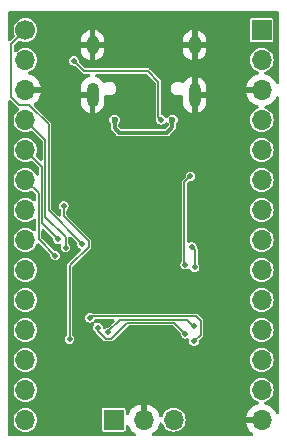
<source format=gbr>
%TF.GenerationSoftware,KiCad,Pcbnew,8.0.0*%
%TF.CreationDate,2024-02-27T23:55:06+02:00*%
%TF.ProjectId,my-rp2040,6d792d72-7032-4303-9430-2e6b69636164,rev?*%
%TF.SameCoordinates,PX555a960PY4fdec70*%
%TF.FileFunction,Copper,L2,Bot*%
%TF.FilePolarity,Positive*%
%FSLAX46Y46*%
G04 Gerber Fmt 4.6, Leading zero omitted, Abs format (unit mm)*
G04 Created by KiCad (PCBNEW 8.0.0) date 2024-02-27 23:55:06*
%MOMM*%
%LPD*%
G01*
G04 APERTURE LIST*
%TA.AperFunction,ComponentPad*%
%ADD10R,1.700000X1.700000*%
%TD*%
%TA.AperFunction,ComponentPad*%
%ADD11O,1.700000X1.700000*%
%TD*%
%TA.AperFunction,ComponentPad*%
%ADD12C,1.700000*%
%TD*%
%TA.AperFunction,ComponentPad*%
%ADD13O,1.000000X2.100000*%
%TD*%
%TA.AperFunction,ComponentPad*%
%ADD14O,1.000000X1.600000*%
%TD*%
%TA.AperFunction,ViaPad*%
%ADD15C,0.500000*%
%TD*%
%TA.AperFunction,ViaPad*%
%ADD16C,0.600000*%
%TD*%
%TA.AperFunction,Conductor*%
%ADD17C,0.400000*%
%TD*%
%TA.AperFunction,Conductor*%
%ADD18C,0.200000*%
%TD*%
%TA.AperFunction,Conductor*%
%ADD19C,0.300000*%
%TD*%
%TA.AperFunction,Conductor*%
%ADD20C,0.150000*%
%TD*%
G04 APERTURE END LIST*
D10*
%TO.P,J4,1,Pin_1*%
%TO.N,/SWCLK*%
X9475000Y1910000D03*
D11*
%TO.P,J4,2,Pin_2*%
%TO.N,GND*%
X12015000Y1910000D03*
%TO.P,J4,3,Pin_3*%
%TO.N,/SWDIO*%
X14555000Y1910000D03*
%TD*%
D12*
%TO.P,J2,1,Pin_1*%
%TO.N,/GP0*%
X2000000Y34910000D03*
D11*
%TO.P,J2,2,Pin_2*%
%TO.N,/GP1*%
X2000000Y32370000D03*
%TO.P,J2,3,Pin_3*%
%TO.N,GND*%
X2000000Y29830000D03*
%TO.P,J2,4,Pin_4*%
%TO.N,/GP2*%
X2000000Y27290000D03*
%TO.P,J2,5,Pin_5*%
%TO.N,/GP3*%
X2000000Y24750000D03*
%TO.P,J2,6,Pin_6*%
%TO.N,/GP4*%
X2000000Y22210000D03*
%TO.P,J2,7,Pin_7*%
%TO.N,/GP5*%
X2000000Y19670000D03*
%TO.P,J2,8,Pin_8*%
%TO.N,/GP6*%
X2000000Y17130000D03*
%TO.P,J2,9,Pin_9*%
%TO.N,/GP7*%
X2000000Y14590000D03*
%TO.P,J2,10,Pin_10*%
%TO.N,/GP8*%
X2000000Y12050000D03*
%TO.P,J2,11,Pin_11*%
%TO.N,/GP9*%
X2000000Y9510000D03*
%TO.P,J2,12,Pin_12*%
%TO.N,/GP10*%
X2000000Y6970000D03*
%TO.P,J2,13,Pin_13*%
%TO.N,/GP11*%
X2000000Y4430000D03*
%TO.P,J2,14,Pin_14*%
%TO.N,/GP12*%
X2000000Y1890000D03*
%TD*%
D10*
%TO.P,J3,1,Pin_1*%
%TO.N,VBUS*%
X22000000Y34910000D03*
D11*
%TO.P,J3,2,Pin_2*%
%TO.N,VCC*%
X22000000Y32370000D03*
%TO.P,J3,3,Pin_3*%
%TO.N,GND*%
X22000000Y29830000D03*
%TO.P,J3,4,Pin_4*%
%TO.N,+3V3*%
X22000000Y27290000D03*
%TO.P,J3,5,Pin_5*%
%TO.N,/ADC1*%
X22000000Y24750000D03*
%TO.P,J3,6,Pin_6*%
%TO.N,/ADC0*%
X22000000Y22210000D03*
%TO.P,J3,7,Pin_7*%
%TO.N,/GP19*%
X22000000Y19670000D03*
%TO.P,J3,8,Pin_8*%
%TO.N,/GP18*%
X22000000Y17130000D03*
%TO.P,J3,9,Pin_9*%
%TO.N,/GP17*%
X22000000Y14590000D03*
%TO.P,J3,10,Pin_10*%
%TO.N,/GP16*%
X22000000Y12050000D03*
%TO.P,J3,11,Pin_11*%
%TO.N,/GP15*%
X22000000Y9510000D03*
%TO.P,J3,12,Pin_12*%
%TO.N,/GP14*%
X22000000Y6970000D03*
%TO.P,J3,13,Pin_13*%
%TO.N,/GP13*%
X22000000Y4430000D03*
%TO.P,J3,14,Pin_14*%
%TO.N,GND*%
X22000000Y1890000D03*
%TD*%
D13*
%TO.P,J1,S1,SHIELD*%
%TO.N,GND*%
X16320000Y29430000D03*
D14*
X16320000Y33610000D03*
D13*
X7680000Y29430000D03*
D14*
X7680000Y33610000D03*
%TD*%
D15*
%TO.N,GND*%
X4800000Y21670000D03*
X10190000Y15690000D03*
X5900000Y23050000D03*
X6410000Y19330000D03*
X7475000Y23050000D03*
D16*
X15250000Y27300000D03*
D15*
X9840000Y8440000D03*
X7475000Y25350000D03*
X16940000Y19350000D03*
X10180000Y23530000D03*
X12810000Y7060000D03*
X5900000Y25375000D03*
X14490000Y4620000D03*
D16*
X8750000Y27300000D03*
D15*
X11125000Y22550000D03*
X11330000Y14670000D03*
X19940000Y28960000D03*
X19370000Y20350000D03*
X6100000Y29600000D03*
X18400000Y27180000D03*
X9780000Y6020000D03*
X12400000Y13440000D03*
X12075000Y22550000D03*
X6675000Y24275000D03*
X11340000Y25400000D03*
X4130000Y13320000D03*
X14975000Y22550000D03*
X10210000Y13460000D03*
X12400000Y15640000D03*
X17700000Y17200000D03*
D16*
%TO.N,VBUS*%
X14450000Y27300000D03*
X9550000Y27300000D03*
D15*
%TO.N,+3V3*%
X16330000Y14810000D03*
X16080000Y16560000D03*
%TO.N,/QSPI_SS*%
X5740000Y8750000D03*
X5250000Y20020000D03*
%TO.N,Net-(J1-CC1)*%
X13480000Y27300000D03*
X6100000Y32300000D03*
%TO.N,/GP25*%
X15531499Y15045101D03*
X15970000Y22540000D03*
%TO.N,/GP2*%
X5400000Y16490000D03*
%TO.N,/GP13*%
X7460000Y10550000D03*
X16270000Y8540000D03*
%TO.N,/GP14*%
X8140000Y9720000D03*
X15550000Y9190000D03*
%TO.N,/GP15*%
X9030000Y9320000D03*
X16270000Y9880000D03*
%TO.N,/GP3*%
X4750000Y17210000D03*
%TO.N,/GP4*%
X4510000Y15810000D03*
%TO.N,/GP0*%
X6790000Y16810000D03*
%TD*%
D17*
%TO.N,GND*%
X2000000Y29830000D02*
X3490000Y29830000D01*
D18*
X20450000Y29830000D02*
X20430000Y29810000D01*
D19*
X22000000Y29830000D02*
X20450000Y29830000D01*
%TO.N,VBUS*%
X9550000Y27300000D02*
X9550000Y26600000D01*
X9950000Y26200000D02*
X13962500Y26200000D01*
X9550000Y26600000D02*
X9950000Y26200000D01*
X14450000Y26687500D02*
X14450000Y27300000D01*
X13962500Y26200000D02*
X14450000Y26687500D01*
D18*
%TO.N,+3V3*%
X16330000Y14810000D02*
X16330000Y16310000D01*
X16330000Y16310000D02*
X16080000Y16560000D01*
D20*
%TO.N,/QSPI_SS*%
X7345000Y17039889D02*
X5250000Y19134889D01*
X5750000Y8760000D02*
X5750000Y14985111D01*
X5250000Y19134889D02*
X5250000Y20020000D01*
X5740000Y8750000D02*
X5750000Y8760000D01*
X7345000Y16580111D02*
X7345000Y17039889D01*
X5750000Y14985111D02*
X7345000Y16580111D01*
%TO.N,Net-(J1-CC1)*%
X13250000Y27530000D02*
X13250000Y30550000D01*
X13250000Y30550000D02*
X12350000Y31450000D01*
X6950000Y31450000D02*
X6100000Y32300000D01*
X13480000Y27300000D02*
X13250000Y27530000D01*
X12350000Y31450000D02*
X6950000Y31450000D01*
%TO.N,/GP25*%
X15450000Y15126600D02*
X15450000Y22020000D01*
X15450000Y22020000D02*
X15970000Y22540000D01*
X15531499Y15045101D02*
X15450000Y15126600D01*
%TO.N,/GP2*%
X5400000Y16490000D02*
X5400000Y17350000D01*
X3679000Y19071000D02*
X3679000Y25611000D01*
X5400000Y17350000D02*
X3679000Y19071000D01*
X3679000Y25611000D02*
X2000000Y27290000D01*
%TO.N,/GP13*%
X16463000Y10677000D02*
X16825000Y10315000D01*
X16825000Y10315000D02*
X16825000Y9095000D01*
X7460000Y10550000D02*
X7587000Y10677000D01*
X16825000Y9095000D02*
X16270000Y8540000D01*
X7587000Y10677000D02*
X16463000Y10677000D01*
%TO.N,/GP14*%
X14617000Y10123000D02*
X10617889Y10123000D01*
X8785000Y8765000D02*
X8140000Y9410000D01*
X9259889Y8765000D02*
X8785000Y8765000D01*
X15550000Y9190000D02*
X14617000Y10123000D01*
X10617889Y10123000D02*
X9259889Y8765000D01*
X8140000Y9410000D02*
X8140000Y9720000D01*
%TO.N,/GP15*%
X10020000Y10400000D02*
X15640000Y10400000D01*
X9030000Y9410000D02*
X10020000Y10400000D01*
X15640000Y10400000D02*
X16160000Y9880000D01*
X16160000Y9880000D02*
X16270000Y9880000D01*
X9030000Y9320000D02*
X9030000Y9410000D01*
%TO.N,/GP3*%
X3402000Y18558000D02*
X3402000Y23348000D01*
X3402000Y23348000D02*
X2000000Y24750000D01*
X4750000Y17210000D02*
X3402000Y18558000D01*
%TO.N,/GP4*%
X3125000Y21085000D02*
X2000000Y22210000D01*
X4510000Y15810000D02*
X3125000Y17195000D01*
X3125000Y17195000D02*
X3125000Y21085000D01*
%TO.N,/GP0*%
X800000Y29230000D02*
X800000Y33710000D01*
X3956000Y19644000D02*
X3956000Y26924991D01*
X800000Y33710000D02*
X2000000Y34910000D01*
X1470000Y28560000D02*
X800000Y29230000D01*
X3956000Y26924991D02*
X2320991Y28560000D01*
X2320991Y28560000D02*
X1470000Y28560000D01*
X6790000Y16810000D02*
X3956000Y19644000D01*
%TD*%
%TA.AperFunction,Conductor*%
%TO.N,GND*%
G36*
X23425000Y36479538D02*
G01*
X23479538Y36425000D01*
X23499500Y36350500D01*
X23499500Y30480779D01*
X23479538Y30406279D01*
X23425000Y30351741D01*
X23350500Y30331779D01*
X23276000Y30351741D01*
X23221462Y30406279D01*
X23215461Y30417808D01*
X23173602Y30507574D01*
X23173598Y30507580D01*
X23038108Y30701080D01*
X22871076Y30868112D01*
X22677588Y31003594D01*
X22677579Y31003600D01*
X22463491Y31103431D01*
X22334452Y31138007D01*
X22267658Y31176572D01*
X22229094Y31243367D01*
X22229094Y31320495D01*
X22267659Y31387289D01*
X22329764Y31424514D01*
X22384727Y31441186D01*
X22558538Y31534090D01*
X22710883Y31659117D01*
X22835910Y31811462D01*
X22928814Y31985273D01*
X22986024Y32173868D01*
X23005341Y32370000D01*
X22986024Y32566132D01*
X22928814Y32754727D01*
X22928812Y32754730D01*
X22928812Y32754732D01*
X22835916Y32928527D01*
X22835915Y32928529D01*
X22835910Y32928538D01*
X22710883Y33080883D01*
X22558538Y33205910D01*
X22558532Y33205913D01*
X22558526Y33205917D01*
X22384731Y33298813D01*
X22196134Y33356024D01*
X22000000Y33375341D01*
X21803865Y33356024D01*
X21615268Y33298813D01*
X21441473Y33205917D01*
X21441465Y33205912D01*
X21441463Y33205911D01*
X21441462Y33205910D01*
X21343842Y33125795D01*
X21289117Y33080883D01*
X21164088Y32928535D01*
X21164083Y32928527D01*
X21071187Y32754732D01*
X21013976Y32566135D01*
X20994659Y32370000D01*
X21013976Y32173866D01*
X21071187Y31985269D01*
X21164083Y31811474D01*
X21164087Y31811468D01*
X21164090Y31811462D01*
X21289117Y31659117D01*
X21441462Y31534090D01*
X21615273Y31441186D01*
X21670235Y31424514D01*
X21735731Y31383786D01*
X21772090Y31315765D01*
X21769566Y31238678D01*
X21728838Y31173181D01*
X21665547Y31138007D01*
X21536511Y31103432D01*
X21322419Y31003598D01*
X21128920Y30868109D01*
X20961891Y30701080D01*
X20826402Y30507581D01*
X20726568Y30293488D01*
X20669364Y30080001D01*
X20669364Y30080000D01*
X21566988Y30080000D01*
X21534075Y30022993D01*
X21500000Y29895826D01*
X21500000Y29764174D01*
X21534075Y29637007D01*
X21566988Y29580000D01*
X20669364Y29580000D01*
X20726568Y29366511D01*
X20726569Y29366509D01*
X20826400Y29152421D01*
X20826406Y29152412D01*
X20961888Y28958924D01*
X21128923Y28791889D01*
X21322411Y28656407D01*
X21322420Y28656401D01*
X21536508Y28556570D01*
X21536510Y28556569D01*
X21665546Y28521994D01*
X21732341Y28483430D01*
X21770905Y28416635D01*
X21770905Y28339507D01*
X21732341Y28272712D01*
X21670235Y28235487D01*
X21615273Y28218814D01*
X21615272Y28218814D01*
X21615267Y28218812D01*
X21441473Y28125917D01*
X21441465Y28125912D01*
X21441463Y28125911D01*
X21441462Y28125910D01*
X21289117Y28000883D01*
X21214644Y27910137D01*
X21164088Y27848535D01*
X21164083Y27848527D01*
X21071187Y27674732D01*
X21013976Y27486135D01*
X20994659Y27290000D01*
X21013976Y27093866D01*
X21071187Y26905269D01*
X21164083Y26731474D01*
X21164087Y26731468D01*
X21164090Y26731462D01*
X21289117Y26579117D01*
X21441462Y26454090D01*
X21441471Y26454085D01*
X21441473Y26454084D01*
X21615268Y26361188D01*
X21615270Y26361188D01*
X21615273Y26361186D01*
X21803868Y26303976D01*
X22000000Y26284659D01*
X22196132Y26303976D01*
X22384727Y26361186D01*
X22558538Y26454090D01*
X22710883Y26579117D01*
X22835910Y26731462D01*
X22928814Y26905273D01*
X22986024Y27093868D01*
X23005341Y27290000D01*
X22986024Y27486132D01*
X22928814Y27674727D01*
X22928812Y27674730D01*
X22928812Y27674732D01*
X22835916Y27848527D01*
X22835915Y27848529D01*
X22835910Y27848538D01*
X22710883Y28000883D01*
X22558538Y28125910D01*
X22558532Y28125913D01*
X22558526Y28125917D01*
X22384732Y28218812D01*
X22384729Y28218813D01*
X22384727Y28218814D01*
X22329762Y28235488D01*
X22264266Y28276217D01*
X22227909Y28344238D01*
X22230433Y28421325D01*
X22271163Y28486822D01*
X22334453Y28521994D01*
X22463489Y28556569D01*
X22463491Y28556570D01*
X22677579Y28656401D01*
X22677588Y28656407D01*
X22871076Y28791889D01*
X23038111Y28958924D01*
X23173593Y29152412D01*
X23173599Y29152421D01*
X23215460Y29242192D01*
X23265037Y29301275D01*
X23337513Y29327655D01*
X23413470Y29314262D01*
X23472553Y29264685D01*
X23498933Y29192209D01*
X23499500Y29179222D01*
X23499500Y2540779D01*
X23479538Y2466279D01*
X23425000Y2411741D01*
X23350500Y2391779D01*
X23276000Y2411741D01*
X23221462Y2466279D01*
X23215461Y2477808D01*
X23173602Y2567574D01*
X23173598Y2567580D01*
X23038108Y2761080D01*
X22871076Y2928112D01*
X22677588Y3063594D01*
X22677579Y3063600D01*
X22463491Y3163431D01*
X22334452Y3198007D01*
X22267658Y3236572D01*
X22229094Y3303367D01*
X22229094Y3380495D01*
X22267659Y3447289D01*
X22329764Y3484514D01*
X22384727Y3501186D01*
X22558538Y3594090D01*
X22710883Y3719117D01*
X22835910Y3871462D01*
X22928814Y4045273D01*
X22986024Y4233868D01*
X23005341Y4430000D01*
X22986024Y4626132D01*
X22928814Y4814727D01*
X22928812Y4814730D01*
X22928812Y4814732D01*
X22835916Y4988527D01*
X22835915Y4988529D01*
X22835910Y4988538D01*
X22710883Y5140883D01*
X22558538Y5265910D01*
X22558532Y5265913D01*
X22558526Y5265917D01*
X22384731Y5358813D01*
X22196134Y5416024D01*
X22000000Y5435341D01*
X21803865Y5416024D01*
X21615268Y5358813D01*
X21441473Y5265917D01*
X21441465Y5265912D01*
X21441463Y5265911D01*
X21441462Y5265910D01*
X21289117Y5140883D01*
X21164088Y4988535D01*
X21164083Y4988527D01*
X21071187Y4814732D01*
X21013976Y4626135D01*
X20994659Y4430000D01*
X21013976Y4233866D01*
X21071187Y4045269D01*
X21164083Y3871474D01*
X21164087Y3871468D01*
X21164090Y3871462D01*
X21289117Y3719117D01*
X21441462Y3594090D01*
X21615273Y3501186D01*
X21670235Y3484514D01*
X21735731Y3443786D01*
X21772090Y3375765D01*
X21769566Y3298678D01*
X21728838Y3233181D01*
X21665547Y3198007D01*
X21536511Y3163432D01*
X21322419Y3063598D01*
X21128920Y2928109D01*
X20961891Y2761080D01*
X20826402Y2567581D01*
X20726568Y2353488D01*
X20669364Y2140001D01*
X20669364Y2140000D01*
X21566988Y2140000D01*
X21534075Y2082993D01*
X21500000Y1955826D01*
X21500000Y1824174D01*
X21534075Y1697007D01*
X21566988Y1640000D01*
X20669364Y1640000D01*
X20726568Y1426511D01*
X20726569Y1426509D01*
X20826400Y1212421D01*
X20826406Y1212412D01*
X20961888Y1018924D01*
X21128923Y851889D01*
X21243654Y771553D01*
X21293231Y712470D01*
X21306624Y636513D01*
X21280244Y564037D01*
X21221161Y514460D01*
X21158191Y500500D01*
X12828246Y500500D01*
X12753746Y520462D01*
X12699208Y575000D01*
X12679246Y649500D01*
X12699208Y724000D01*
X12742783Y771554D01*
X12886079Y871892D01*
X13053111Y1038924D01*
X13188593Y1232412D01*
X13188599Y1232421D01*
X13288430Y1446509D01*
X13288431Y1446511D01*
X13323006Y1575547D01*
X13361570Y1642342D01*
X13428365Y1680906D01*
X13505493Y1680906D01*
X13572288Y1642342D01*
X13609512Y1580238D01*
X13610935Y1575547D01*
X13626188Y1525268D01*
X13719083Y1351474D01*
X13719087Y1351468D01*
X13719090Y1351462D01*
X13844117Y1199117D01*
X13996462Y1074090D01*
X13996471Y1074085D01*
X13996473Y1074084D01*
X14170268Y981188D01*
X14170270Y981188D01*
X14170273Y981186D01*
X14358868Y923976D01*
X14555000Y904659D01*
X14751132Y923976D01*
X14939727Y981186D01*
X15113538Y1074090D01*
X15265883Y1199117D01*
X15390910Y1351462D01*
X15473124Y1505273D01*
X15483812Y1525269D01*
X15483812Y1525270D01*
X15483814Y1525273D01*
X15541024Y1713868D01*
X15560341Y1910000D01*
X15541024Y2106132D01*
X15483814Y2294727D01*
X15483812Y2294730D01*
X15483812Y2294732D01*
X15390916Y2468527D01*
X15390915Y2468529D01*
X15390910Y2468538D01*
X15265883Y2620883D01*
X15113538Y2745910D01*
X15113532Y2745913D01*
X15113526Y2745917D01*
X14939731Y2838813D01*
X14751134Y2896024D01*
X14555000Y2915341D01*
X14358865Y2896024D01*
X14170268Y2838813D01*
X13996473Y2745917D01*
X13996465Y2745912D01*
X13996463Y2745911D01*
X13996462Y2745910D01*
X13844117Y2620883D01*
X13724393Y2474999D01*
X13719088Y2468535D01*
X13719083Y2468527D01*
X13626188Y2294733D01*
X13609513Y2239764D01*
X13568783Y2174267D01*
X13500762Y2137910D01*
X13423675Y2140434D01*
X13358178Y2181164D01*
X13323006Y2244454D01*
X13288431Y2373488D01*
X13188597Y2587581D01*
X13053108Y2781080D01*
X12886076Y2948112D01*
X12692588Y3083594D01*
X12692579Y3083600D01*
X12478491Y3183431D01*
X12478489Y3183432D01*
X12265000Y3240636D01*
X12265000Y2343012D01*
X12207993Y2375925D01*
X12080826Y2410000D01*
X11949174Y2410000D01*
X11822007Y2375925D01*
X11765000Y2343012D01*
X11765000Y3240636D01*
X11764999Y3240636D01*
X11551512Y3183432D01*
X11337419Y3083598D01*
X11143920Y2948109D01*
X10976891Y2781080D01*
X10841402Y2587581D01*
X10759540Y2412028D01*
X10709962Y2352945D01*
X10637486Y2326566D01*
X10561529Y2339959D01*
X10502446Y2389537D01*
X10476067Y2462013D01*
X10475500Y2474999D01*
X10475500Y2774816D01*
X10475499Y2774824D01*
X10466767Y2818720D01*
X10466767Y2818722D01*
X10466764Y2818727D01*
X10433506Y2868502D01*
X10433501Y2868507D01*
X10383726Y2901765D01*
X10383723Y2901767D01*
X10383722Y2901767D01*
X10383720Y2901768D01*
X10383719Y2901768D01*
X10339823Y2910500D01*
X10339820Y2910500D01*
X8610180Y2910500D01*
X8610176Y2910500D01*
X8566280Y2901768D01*
X8566273Y2901765D01*
X8516498Y2868507D01*
X8516493Y2868502D01*
X8483235Y2818727D01*
X8483232Y2818720D01*
X8474500Y2774824D01*
X8474500Y1045177D01*
X8483232Y1001281D01*
X8483235Y1001274D01*
X8516493Y951499D01*
X8516498Y951494D01*
X8566273Y918236D01*
X8566274Y918236D01*
X8566278Y918233D01*
X8610180Y909500D01*
X8610184Y909500D01*
X10339816Y909500D01*
X10339820Y909500D01*
X10383722Y918233D01*
X10433504Y951496D01*
X10466767Y1001278D01*
X10475500Y1045180D01*
X10475500Y1345001D01*
X10495462Y1419501D01*
X10550000Y1474039D01*
X10624500Y1494001D01*
X10699000Y1474039D01*
X10753538Y1419501D01*
X10759540Y1407971D01*
X10841400Y1232421D01*
X10841406Y1232412D01*
X10976888Y1038924D01*
X11143920Y871892D01*
X11287217Y771554D01*
X11336794Y712470D01*
X11350187Y636514D01*
X11323808Y564037D01*
X11264724Y514460D01*
X11201754Y500500D01*
X649500Y500500D01*
X575000Y520462D01*
X520462Y575000D01*
X500500Y649500D01*
X500500Y1890000D01*
X994659Y1890000D01*
X1013976Y1693866D01*
X1071187Y1505269D01*
X1164083Y1331474D01*
X1164087Y1331468D01*
X1164090Y1331462D01*
X1289117Y1179117D01*
X1441462Y1054090D01*
X1441471Y1054085D01*
X1441473Y1054084D01*
X1615268Y961188D01*
X1615270Y961188D01*
X1615273Y961186D01*
X1803868Y903976D01*
X2000000Y884659D01*
X2196132Y903976D01*
X2384727Y961186D01*
X2558538Y1054090D01*
X2710883Y1179117D01*
X2835910Y1331462D01*
X2912119Y1474039D01*
X2928812Y1505269D01*
X2928812Y1505270D01*
X2928814Y1505273D01*
X2986024Y1693868D01*
X3005341Y1890000D01*
X2986024Y2086132D01*
X2928814Y2274727D01*
X2928812Y2274730D01*
X2928812Y2274732D01*
X2835916Y2448527D01*
X2835915Y2448529D01*
X2835910Y2448538D01*
X2710883Y2600883D01*
X2558538Y2725910D01*
X2558532Y2725913D01*
X2558526Y2725917D01*
X2384731Y2818813D01*
X2196134Y2876024D01*
X2000000Y2895341D01*
X1803865Y2876024D01*
X1615268Y2818813D01*
X1441473Y2725917D01*
X1441465Y2725912D01*
X1441463Y2725911D01*
X1441462Y2725910D01*
X1289117Y2600883D01*
X1180502Y2468535D01*
X1164088Y2448535D01*
X1164083Y2448527D01*
X1071187Y2274732D01*
X1013976Y2086135D01*
X994659Y1890000D01*
X500500Y1890000D01*
X500500Y4430000D01*
X994659Y4430000D01*
X1013976Y4233866D01*
X1071187Y4045269D01*
X1164083Y3871474D01*
X1164087Y3871468D01*
X1164090Y3871462D01*
X1289117Y3719117D01*
X1441462Y3594090D01*
X1441471Y3594085D01*
X1441473Y3594084D01*
X1615268Y3501188D01*
X1615270Y3501188D01*
X1615273Y3501186D01*
X1803868Y3443976D01*
X2000000Y3424659D01*
X2196132Y3443976D01*
X2384727Y3501186D01*
X2558538Y3594090D01*
X2710883Y3719117D01*
X2835910Y3871462D01*
X2928814Y4045273D01*
X2986024Y4233868D01*
X3005341Y4430000D01*
X2986024Y4626132D01*
X2928814Y4814727D01*
X2928812Y4814730D01*
X2928812Y4814732D01*
X2835916Y4988527D01*
X2835915Y4988529D01*
X2835910Y4988538D01*
X2710883Y5140883D01*
X2558538Y5265910D01*
X2558532Y5265913D01*
X2558526Y5265917D01*
X2384731Y5358813D01*
X2196134Y5416024D01*
X2000000Y5435341D01*
X1803865Y5416024D01*
X1615268Y5358813D01*
X1441473Y5265917D01*
X1441465Y5265912D01*
X1441463Y5265911D01*
X1441462Y5265910D01*
X1289117Y5140883D01*
X1164088Y4988535D01*
X1164083Y4988527D01*
X1071187Y4814732D01*
X1013976Y4626135D01*
X994659Y4430000D01*
X500500Y4430000D01*
X500500Y6970000D01*
X994659Y6970000D01*
X1013976Y6773866D01*
X1071187Y6585269D01*
X1164083Y6411474D01*
X1164087Y6411468D01*
X1164090Y6411462D01*
X1289117Y6259117D01*
X1441462Y6134090D01*
X1441471Y6134085D01*
X1441473Y6134084D01*
X1615268Y6041188D01*
X1615270Y6041188D01*
X1615273Y6041186D01*
X1803868Y5983976D01*
X2000000Y5964659D01*
X2196132Y5983976D01*
X2384727Y6041186D01*
X2558538Y6134090D01*
X2710883Y6259117D01*
X2835910Y6411462D01*
X2928814Y6585273D01*
X2986024Y6773868D01*
X3005341Y6970000D01*
X20994659Y6970000D01*
X21013976Y6773866D01*
X21071187Y6585269D01*
X21164083Y6411474D01*
X21164087Y6411468D01*
X21164090Y6411462D01*
X21289117Y6259117D01*
X21441462Y6134090D01*
X21441471Y6134085D01*
X21441473Y6134084D01*
X21615268Y6041188D01*
X21615270Y6041188D01*
X21615273Y6041186D01*
X21803868Y5983976D01*
X22000000Y5964659D01*
X22196132Y5983976D01*
X22384727Y6041186D01*
X22558538Y6134090D01*
X22710883Y6259117D01*
X22835910Y6411462D01*
X22928814Y6585273D01*
X22986024Y6773868D01*
X23005341Y6970000D01*
X22986024Y7166132D01*
X22928814Y7354727D01*
X22928812Y7354730D01*
X22928812Y7354732D01*
X22835916Y7528527D01*
X22835915Y7528529D01*
X22835910Y7528538D01*
X22710883Y7680883D01*
X22558538Y7805910D01*
X22558532Y7805913D01*
X22558526Y7805917D01*
X22384731Y7898813D01*
X22196134Y7956024D01*
X22000000Y7975341D01*
X21803865Y7956024D01*
X21615268Y7898813D01*
X21441473Y7805917D01*
X21441465Y7805912D01*
X21441463Y7805911D01*
X21441462Y7805910D01*
X21289117Y7680883D01*
X21164088Y7528535D01*
X21164083Y7528527D01*
X21071187Y7354732D01*
X21013976Y7166135D01*
X20994659Y6970000D01*
X3005341Y6970000D01*
X2986024Y7166132D01*
X2928814Y7354727D01*
X2928812Y7354730D01*
X2928812Y7354732D01*
X2835916Y7528527D01*
X2835915Y7528529D01*
X2835910Y7528538D01*
X2710883Y7680883D01*
X2558538Y7805910D01*
X2558532Y7805913D01*
X2558526Y7805917D01*
X2384731Y7898813D01*
X2196134Y7956024D01*
X2000000Y7975341D01*
X1803865Y7956024D01*
X1615268Y7898813D01*
X1441473Y7805917D01*
X1441465Y7805912D01*
X1441463Y7805911D01*
X1441462Y7805910D01*
X1289117Y7680883D01*
X1164088Y7528535D01*
X1164083Y7528527D01*
X1071187Y7354732D01*
X1013976Y7166135D01*
X994659Y6970000D01*
X500500Y6970000D01*
X500500Y9510000D01*
X994659Y9510000D01*
X1013976Y9313866D01*
X1071187Y9125269D01*
X1164083Y8951474D01*
X1164087Y8951468D01*
X1164090Y8951462D01*
X1289117Y8799117D01*
X1441462Y8674090D01*
X1441471Y8674085D01*
X1441473Y8674084D01*
X1615268Y8581188D01*
X1615270Y8581188D01*
X1615273Y8581186D01*
X1803868Y8523976D01*
X2000000Y8504659D01*
X2196132Y8523976D01*
X2384727Y8581186D01*
X2558538Y8674090D01*
X2710883Y8799117D01*
X2835910Y8951462D01*
X2928814Y9125273D01*
X2986024Y9313868D01*
X3005341Y9510000D01*
X2986024Y9706132D01*
X2928814Y9894727D01*
X2928812Y9894730D01*
X2928812Y9894732D01*
X2835916Y10068527D01*
X2835915Y10068529D01*
X2835910Y10068538D01*
X2710883Y10220883D01*
X2558538Y10345910D01*
X2558532Y10345913D01*
X2558526Y10345917D01*
X2384731Y10438813D01*
X2196134Y10496024D01*
X2000000Y10515341D01*
X1803865Y10496024D01*
X1615268Y10438813D01*
X1441473Y10345917D01*
X1441465Y10345912D01*
X1441463Y10345911D01*
X1441462Y10345910D01*
X1289117Y10220883D01*
X1202629Y10115497D01*
X1164088Y10068535D01*
X1164083Y10068527D01*
X1071187Y9894732D01*
X1013976Y9706135D01*
X994659Y9510000D01*
X500500Y9510000D01*
X500500Y12050000D01*
X994659Y12050000D01*
X1013976Y11853866D01*
X1071187Y11665269D01*
X1164083Y11491474D01*
X1164087Y11491468D01*
X1164090Y11491462D01*
X1289117Y11339117D01*
X1441462Y11214090D01*
X1441471Y11214085D01*
X1441473Y11214084D01*
X1615268Y11121188D01*
X1615270Y11121188D01*
X1615273Y11121186D01*
X1803868Y11063976D01*
X2000000Y11044659D01*
X2196132Y11063976D01*
X2384727Y11121186D01*
X2558538Y11214090D01*
X2710883Y11339117D01*
X2835910Y11491462D01*
X2928814Y11665273D01*
X2986024Y11853868D01*
X3005341Y12050000D01*
X2986024Y12246132D01*
X2928814Y12434727D01*
X2928812Y12434730D01*
X2928812Y12434732D01*
X2835916Y12608527D01*
X2835915Y12608529D01*
X2835910Y12608538D01*
X2710883Y12760883D01*
X2558538Y12885910D01*
X2558532Y12885913D01*
X2558526Y12885917D01*
X2384731Y12978813D01*
X2196134Y13036024D01*
X2000000Y13055341D01*
X1803865Y13036024D01*
X1615268Y12978813D01*
X1441473Y12885917D01*
X1441465Y12885912D01*
X1441463Y12885911D01*
X1441462Y12885910D01*
X1289117Y12760883D01*
X1164088Y12608535D01*
X1164083Y12608527D01*
X1071187Y12434732D01*
X1013976Y12246135D01*
X994659Y12050000D01*
X500500Y12050000D01*
X500500Y14590000D01*
X994659Y14590000D01*
X1013976Y14393866D01*
X1071187Y14205269D01*
X1164083Y14031474D01*
X1164087Y14031468D01*
X1164090Y14031462D01*
X1289117Y13879117D01*
X1441462Y13754090D01*
X1441471Y13754085D01*
X1441473Y13754084D01*
X1615268Y13661188D01*
X1615270Y13661188D01*
X1615273Y13661186D01*
X1803868Y13603976D01*
X2000000Y13584659D01*
X2196132Y13603976D01*
X2384727Y13661186D01*
X2558538Y13754090D01*
X2710883Y13879117D01*
X2835910Y14031462D01*
X2928814Y14205273D01*
X2986024Y14393868D01*
X3005341Y14590000D01*
X2986024Y14786132D01*
X2928814Y14974727D01*
X2928812Y14974730D01*
X2928812Y14974732D01*
X2835916Y15148527D01*
X2835915Y15148529D01*
X2835910Y15148538D01*
X2710883Y15300883D01*
X2558538Y15425910D01*
X2558532Y15425913D01*
X2558526Y15425917D01*
X2384731Y15518813D01*
X2196134Y15576024D01*
X2000000Y15595341D01*
X1803865Y15576024D01*
X1615268Y15518813D01*
X1441473Y15425917D01*
X1441465Y15425912D01*
X1441463Y15425911D01*
X1441462Y15425910D01*
X1289117Y15300883D01*
X1186859Y15176281D01*
X1164088Y15148535D01*
X1164083Y15148527D01*
X1071187Y14974732D01*
X1013976Y14786135D01*
X994659Y14590000D01*
X500500Y14590000D01*
X500500Y28850877D01*
X520462Y28925377D01*
X575000Y28979915D01*
X649500Y28999877D01*
X724000Y28979915D01*
X754859Y28956236D01*
X1270334Y28440761D01*
X1270337Y28440757D01*
X1278830Y28432264D01*
X1342264Y28368830D01*
X1366538Y28358776D01*
X1366540Y28358774D01*
X1375225Y28355177D01*
X1436417Y28308228D01*
X1465937Y28236973D01*
X1455874Y28160504D01*
X1412738Y28102338D01*
X1289119Y28000886D01*
X1164088Y27848535D01*
X1164083Y27848527D01*
X1071187Y27674732D01*
X1013976Y27486135D01*
X994659Y27290000D01*
X1013976Y27093866D01*
X1071187Y26905269D01*
X1164083Y26731474D01*
X1164087Y26731468D01*
X1164090Y26731462D01*
X1289117Y26579117D01*
X1441462Y26454090D01*
X1441471Y26454085D01*
X1441473Y26454084D01*
X1615268Y26361188D01*
X1615270Y26361188D01*
X1615273Y26361186D01*
X1803868Y26303976D01*
X2000000Y26284659D01*
X2196132Y26303976D01*
X2384727Y26361186D01*
X2434013Y26387531D01*
X2509124Y26405045D01*
X2582932Y26382658D01*
X2609611Y26361484D01*
X3409859Y25561236D01*
X3448423Y25494441D01*
X3453500Y25455877D01*
X3453500Y23975124D01*
X3433538Y23900624D01*
X3379000Y23846086D01*
X3304500Y23826124D01*
X3230000Y23846086D01*
X3199141Y23869765D01*
X2928516Y24140390D01*
X2889952Y24207185D01*
X2889952Y24284313D01*
X2902471Y24315990D01*
X2928812Y24365268D01*
X2986023Y24553866D01*
X2986024Y24553868D01*
X3005341Y24750000D01*
X2986024Y24946132D01*
X2928814Y25134727D01*
X2928812Y25134730D01*
X2928812Y25134732D01*
X2835916Y25308527D01*
X2835915Y25308529D01*
X2835910Y25308538D01*
X2710883Y25460883D01*
X2558538Y25585910D01*
X2558532Y25585913D01*
X2558526Y25585917D01*
X2384731Y25678813D01*
X2196134Y25736024D01*
X2000000Y25755341D01*
X1803865Y25736024D01*
X1615268Y25678813D01*
X1441473Y25585917D01*
X1441465Y25585912D01*
X1441463Y25585911D01*
X1441462Y25585910D01*
X1330007Y25494441D01*
X1289117Y25460883D01*
X1164088Y25308535D01*
X1164083Y25308527D01*
X1071187Y25134732D01*
X1013976Y24946135D01*
X994659Y24750000D01*
X1013976Y24553866D01*
X1071187Y24365269D01*
X1164083Y24191474D01*
X1164087Y24191468D01*
X1164090Y24191462D01*
X1289117Y24039117D01*
X1441462Y23914090D01*
X1441471Y23914085D01*
X1441473Y23914084D01*
X1615268Y23821188D01*
X1615270Y23821188D01*
X1615273Y23821186D01*
X1803868Y23763976D01*
X2000000Y23744659D01*
X2196132Y23763976D01*
X2384727Y23821186D01*
X2434013Y23847531D01*
X2509124Y23865045D01*
X2582932Y23842658D01*
X2609606Y23821488D01*
X3132859Y23298236D01*
X3171423Y23231441D01*
X3176500Y23192877D01*
X3176500Y22726182D01*
X3156538Y22651682D01*
X3102000Y22597144D01*
X3027500Y22577182D01*
X2953000Y22597144D01*
X2898462Y22651682D01*
X2896094Y22655944D01*
X2835916Y22768527D01*
X2835915Y22768529D01*
X2835910Y22768538D01*
X2710883Y22920883D01*
X2558538Y23045910D01*
X2558532Y23045913D01*
X2558526Y23045917D01*
X2384731Y23138813D01*
X2196134Y23196024D01*
X2000000Y23215341D01*
X1803865Y23196024D01*
X1615268Y23138813D01*
X1441473Y23045917D01*
X1441465Y23045912D01*
X1441463Y23045911D01*
X1441462Y23045910D01*
X1319103Y22945492D01*
X1289117Y22920883D01*
X1164088Y22768535D01*
X1164083Y22768527D01*
X1071187Y22594732D01*
X1013976Y22406135D01*
X994659Y22210000D01*
X1013976Y22013866D01*
X1071187Y21825269D01*
X1164083Y21651474D01*
X1164087Y21651468D01*
X1164090Y21651462D01*
X1289117Y21499117D01*
X1441462Y21374090D01*
X1441471Y21374085D01*
X1441473Y21374084D01*
X1615268Y21281188D01*
X1615270Y21281188D01*
X1615273Y21281186D01*
X1803868Y21223976D01*
X2000000Y21204659D01*
X2196132Y21223976D01*
X2384727Y21281186D01*
X2434013Y21307531D01*
X2509124Y21325045D01*
X2582932Y21302658D01*
X2609611Y21281484D01*
X2855859Y21035236D01*
X2894423Y20968441D01*
X2899500Y20929877D01*
X2899500Y20541124D01*
X2879538Y20466624D01*
X2825000Y20412086D01*
X2750500Y20392124D01*
X2676000Y20412086D01*
X2655976Y20425945D01*
X2558540Y20505908D01*
X2558538Y20505910D01*
X2558531Y20505914D01*
X2558526Y20505917D01*
X2384731Y20598813D01*
X2196134Y20656024D01*
X2000000Y20675341D01*
X1803865Y20656024D01*
X1615268Y20598813D01*
X1441473Y20505917D01*
X1441465Y20505912D01*
X1441463Y20505911D01*
X1441462Y20505910D01*
X1289117Y20380883D01*
X1188551Y20258343D01*
X1164088Y20228535D01*
X1164083Y20228527D01*
X1071187Y20054732D01*
X1013976Y19866135D01*
X994659Y19670000D01*
X1013976Y19473866D01*
X1071187Y19285269D01*
X1164083Y19111474D01*
X1164087Y19111468D01*
X1164090Y19111462D01*
X1289117Y18959117D01*
X1441462Y18834090D01*
X1441471Y18834085D01*
X1441473Y18834084D01*
X1615268Y18741188D01*
X1615270Y18741188D01*
X1615273Y18741186D01*
X1803868Y18683976D01*
X2000000Y18664659D01*
X2196132Y18683976D01*
X2384727Y18741186D01*
X2558538Y18834090D01*
X2655975Y18914056D01*
X2726228Y18945887D01*
X2802985Y18938327D01*
X2865678Y18893402D01*
X2897510Y18823149D01*
X2899500Y18798877D01*
X2899500Y18001124D01*
X2879538Y17926624D01*
X2825000Y17872086D01*
X2750500Y17852124D01*
X2676000Y17872086D01*
X2655976Y17885945D01*
X2558540Y17965908D01*
X2558538Y17965910D01*
X2558531Y17965914D01*
X2558526Y17965917D01*
X2384731Y18058813D01*
X2196134Y18116024D01*
X2000000Y18135341D01*
X1803865Y18116024D01*
X1615268Y18058813D01*
X1441473Y17965917D01*
X1441465Y17965912D01*
X1441463Y17965911D01*
X1441462Y17965910D01*
X1344025Y17885945D01*
X1289117Y17840883D01*
X1164088Y17688535D01*
X1164083Y17688527D01*
X1071187Y17514732D01*
X1013976Y17326135D01*
X994659Y17130000D01*
X1013976Y16933866D01*
X1071187Y16745269D01*
X1164083Y16571474D01*
X1164087Y16571468D01*
X1164090Y16571462D01*
X1289117Y16419117D01*
X1441462Y16294090D01*
X1441471Y16294085D01*
X1441473Y16294084D01*
X1615268Y16201188D01*
X1615270Y16201188D01*
X1615273Y16201186D01*
X1803868Y16143976D01*
X2000000Y16124659D01*
X2196132Y16143976D01*
X2384727Y16201186D01*
X2389345Y16203654D01*
X2489778Y16257337D01*
X2558538Y16294090D01*
X2710883Y16419117D01*
X2835910Y16571462D01*
X2928814Y16745273D01*
X2932760Y16758282D01*
X2973483Y16823778D01*
X3041502Y16860139D01*
X3118589Y16857619D01*
X3180703Y16820392D01*
X4062663Y15938432D01*
X4101227Y15871637D01*
X4103845Y15821725D01*
X4104508Y15821725D01*
X4104508Y15810003D01*
X4124354Y15684695D01*
X4169883Y15595341D01*
X4181950Y15571658D01*
X4271658Y15481950D01*
X4384696Y15424354D01*
X4510000Y15404508D01*
X4635304Y15424354D01*
X4748342Y15481950D01*
X4838050Y15571658D01*
X4895646Y15684696D01*
X4915492Y15810000D01*
X4895646Y15935304D01*
X4838050Y16048342D01*
X4748342Y16138050D01*
X4728881Y16147966D01*
X4635305Y16195646D01*
X4600313Y16201188D01*
X4510000Y16215492D01*
X4509998Y16215492D01*
X4509997Y16215492D01*
X4498275Y16215492D01*
X4498275Y16216785D01*
X4433514Y16223599D01*
X4381568Y16257337D01*
X3394141Y17244764D01*
X3355577Y17311559D01*
X3350500Y17350123D01*
X3350500Y17930877D01*
X3370462Y18005377D01*
X3425000Y18059915D01*
X3499500Y18079877D01*
X3574000Y18059915D01*
X3604859Y18036236D01*
X4302663Y17338432D01*
X4341227Y17271637D01*
X4343845Y17221725D01*
X4344508Y17221725D01*
X4344508Y17210003D01*
X4344508Y17210000D01*
X4351220Y17167623D01*
X4364354Y17084695D01*
X4383798Y17046535D01*
X4421950Y16971658D01*
X4511658Y16881950D01*
X4624696Y16824354D01*
X4750000Y16804508D01*
X4853601Y16820917D01*
X4930304Y16812855D01*
X4992702Y16767520D01*
X5024073Y16697060D01*
X5016696Y16626875D01*
X5017978Y16626458D01*
X5016018Y16620428D01*
X5016011Y16620354D01*
X5015950Y16620220D01*
X5014355Y16615308D01*
X5014354Y16615306D01*
X5014354Y16615304D01*
X5001676Y16535257D01*
X4994508Y16490000D01*
X5014354Y16364695D01*
X5035556Y16323084D01*
X5071950Y16251658D01*
X5161658Y16161950D01*
X5274696Y16104354D01*
X5400000Y16084508D01*
X5525304Y16104354D01*
X5638342Y16161950D01*
X5728050Y16251658D01*
X5785646Y16364696D01*
X5805492Y16490000D01*
X5785646Y16615304D01*
X5728050Y16728342D01*
X5669141Y16787251D01*
X5630577Y16854046D01*
X5625500Y16892610D01*
X5625500Y17287792D01*
X5625501Y17287801D01*
X5625501Y17295876D01*
X5627340Y17302741D01*
X5629949Y17323930D01*
X5629950Y17323934D01*
X5632826Y17323215D01*
X5645463Y17370376D01*
X5700001Y17424914D01*
X5774501Y17444876D01*
X5849001Y17424914D01*
X5879860Y17401235D01*
X6342663Y16938432D01*
X6381227Y16871637D01*
X6383845Y16821725D01*
X6384508Y16821725D01*
X6384508Y16810003D01*
X6384508Y16810000D01*
X6388111Y16787251D01*
X6404354Y16684695D01*
X6434788Y16624966D01*
X6461950Y16571658D01*
X6551658Y16481950D01*
X6618198Y16448046D01*
X6675513Y16396437D01*
X6699347Y16323084D01*
X6683311Y16247641D01*
X6655910Y16209928D01*
X5622265Y15176282D01*
X5558830Y15112847D01*
X5547488Y15085465D01*
X5547487Y15085463D01*
X5524499Y15029968D01*
X5524499Y14922912D01*
X5524500Y14922903D01*
X5524500Y9162610D01*
X5504538Y9088110D01*
X5480859Y9057251D01*
X5411950Y8988343D01*
X5354354Y8875306D01*
X5334508Y8750000D01*
X5354354Y8624695D01*
X5391534Y8551726D01*
X5411950Y8511658D01*
X5501658Y8421950D01*
X5614696Y8364354D01*
X5740000Y8344508D01*
X5865304Y8364354D01*
X5978342Y8421950D01*
X6068050Y8511658D01*
X6125646Y8624696D01*
X6145492Y8750000D01*
X6125646Y8875304D01*
X6068050Y8988342D01*
X6019141Y9037251D01*
X5980577Y9104046D01*
X5975500Y9142610D01*
X5975500Y10550000D01*
X7054508Y10550000D01*
X7074354Y10424695D01*
X7114498Y10345910D01*
X7131950Y10311658D01*
X7221658Y10221950D01*
X7334696Y10164354D01*
X7460000Y10144508D01*
X7585304Y10164354D01*
X7629839Y10187046D01*
X7705277Y10203082D01*
X7761979Y10184659D01*
X7753721Y10223514D01*
X7777555Y10296867D01*
X7781974Y10303296D01*
X7788043Y10311652D01*
X7788050Y10311658D01*
X7805506Y10345917D01*
X7817852Y10370146D01*
X7869461Y10427463D01*
X7942814Y10451296D01*
X7950611Y10451500D01*
X9392876Y10451500D01*
X9467376Y10431538D01*
X9521914Y10377000D01*
X9541876Y10302500D01*
X9521914Y10228000D01*
X9498235Y10197141D01*
X9060177Y9759084D01*
X8993382Y9720520D01*
X8978129Y9717278D01*
X8904697Y9705647D01*
X8904696Y9705647D01*
X8791656Y9648049D01*
X8782169Y9641156D01*
X8780556Y9643375D01*
X8728954Y9613590D01*
X8651826Y9613600D01*
X8585035Y9652172D01*
X8546479Y9718971D01*
X8543243Y9734200D01*
X8525646Y9845304D01*
X8468050Y9958342D01*
X8378342Y10048050D01*
X8338138Y10068535D01*
X8265305Y10105646D01*
X8140000Y10125492D01*
X8014696Y10105646D01*
X8014694Y10105646D01*
X8014692Y10105645D01*
X7970161Y10082955D01*
X7894718Y10066919D01*
X7838019Y10085342D01*
X7846278Y10046491D01*
X7822445Y9973137D01*
X7818030Y9966713D01*
X7811954Y9958350D01*
X7754354Y9845306D01*
X7734508Y9720000D01*
X7754354Y9594695D01*
X7811950Y9481658D01*
X7883667Y9409941D01*
X7915965Y9361603D01*
X7935473Y9314508D01*
X7948827Y9282268D01*
X7948831Y9282263D01*
X8033217Y9197877D01*
X8033222Y9197873D01*
X8585334Y8645761D01*
X8585337Y8645757D01*
X8657264Y8573830D01*
X8657266Y8573829D01*
X8691595Y8559609D01*
X8691597Y8559609D01*
X8740144Y8539500D01*
X8740146Y8539499D01*
X8847200Y8539499D01*
X8847208Y8539500D01*
X9197681Y8539500D01*
X9197689Y8539499D01*
X9215034Y8539499D01*
X9304745Y8539499D01*
X9334261Y8551726D01*
X9363345Y8563774D01*
X9363348Y8563774D01*
X9363348Y8563775D01*
X9363349Y8563775D01*
X9387625Y8573830D01*
X9451059Y8637264D01*
X9451059Y8637265D01*
X9471841Y8658047D01*
X9471927Y8658135D01*
X10667653Y9853859D01*
X10734448Y9892423D01*
X10773012Y9897500D01*
X14461877Y9897500D01*
X14536377Y9877538D01*
X14567236Y9853859D01*
X15102663Y9318432D01*
X15141227Y9251637D01*
X15143845Y9201725D01*
X15144508Y9201725D01*
X15144508Y9190003D01*
X15144508Y9190000D01*
X15152014Y9142610D01*
X15164354Y9064695D01*
X15213997Y8967267D01*
X15221950Y8951658D01*
X15311658Y8861950D01*
X15424696Y8804354D01*
X15550000Y8784508D01*
X15675304Y8804354D01*
X15675309Y8804357D01*
X15686458Y8807978D01*
X15687672Y8804241D01*
X15741445Y8815709D01*
X15814814Y8791926D01*
X15866463Y8734645D01*
X15882551Y8659213D01*
X15880916Y8643601D01*
X15864508Y8540002D01*
X15864508Y8540000D01*
X15877738Y8456464D01*
X15884354Y8414695D01*
X15920116Y8344509D01*
X15941950Y8301658D01*
X16031658Y8211950D01*
X16144696Y8154354D01*
X16270000Y8134508D01*
X16395304Y8154354D01*
X16508342Y8211950D01*
X16598050Y8301658D01*
X16655646Y8414696D01*
X16675492Y8540000D01*
X16675491Y8540003D01*
X16675492Y8540004D01*
X16675492Y8551726D01*
X16676788Y8551726D01*
X16683587Y8616460D01*
X16717333Y8668430D01*
X16931778Y8882875D01*
X16931782Y8882877D01*
X16952735Y8903830D01*
X16952736Y8903830D01*
X17016170Y8967264D01*
X17042812Y9031584D01*
X17050501Y9050146D01*
X17050501Y9139855D01*
X17050501Y9151859D01*
X17050500Y9151873D01*
X17050500Y9510000D01*
X20994659Y9510000D01*
X21013976Y9313866D01*
X21071187Y9125269D01*
X21164083Y8951474D01*
X21164087Y8951468D01*
X21164090Y8951462D01*
X21289117Y8799117D01*
X21441462Y8674090D01*
X21441471Y8674085D01*
X21441473Y8674084D01*
X21615268Y8581188D01*
X21615270Y8581188D01*
X21615273Y8581186D01*
X21803868Y8523976D01*
X22000000Y8504659D01*
X22196132Y8523976D01*
X22384727Y8581186D01*
X22558538Y8674090D01*
X22710883Y8799117D01*
X22835910Y8951462D01*
X22928814Y9125273D01*
X22986024Y9313868D01*
X23005341Y9510000D01*
X22986024Y9706132D01*
X22928814Y9894727D01*
X22928812Y9894730D01*
X22928812Y9894732D01*
X22835916Y10068527D01*
X22835915Y10068529D01*
X22835910Y10068538D01*
X22710883Y10220883D01*
X22558538Y10345910D01*
X22558532Y10345913D01*
X22558526Y10345917D01*
X22384731Y10438813D01*
X22196134Y10496024D01*
X22000000Y10515341D01*
X21803865Y10496024D01*
X21615268Y10438813D01*
X21441473Y10345917D01*
X21441465Y10345912D01*
X21441463Y10345911D01*
X21441462Y10345910D01*
X21289117Y10220883D01*
X21202629Y10115497D01*
X21164088Y10068535D01*
X21164083Y10068527D01*
X21071187Y9894732D01*
X21013976Y9706135D01*
X20994659Y9510000D01*
X17050500Y9510000D01*
X17050500Y10359854D01*
X17050499Y10359857D01*
X17016171Y10442734D01*
X17016169Y10442737D01*
X16952735Y10506171D01*
X16675127Y10783778D01*
X16675124Y10783783D01*
X16590737Y10868169D01*
X16590736Y10868170D01*
X16566460Y10878226D01*
X16507855Y10902501D01*
X16418145Y10902501D01*
X16400800Y10902501D01*
X16400792Y10902500D01*
X7686129Y10902500D01*
X7618483Y10918741D01*
X7585309Y10935644D01*
X7585306Y10935646D01*
X7460000Y10955492D01*
X7334694Y10935646D01*
X7221657Y10878050D01*
X7131950Y10788343D01*
X7074354Y10675306D01*
X7054508Y10550000D01*
X5975500Y10550000D01*
X5975500Y12050000D01*
X20994659Y12050000D01*
X21013976Y11853866D01*
X21071187Y11665269D01*
X21164083Y11491474D01*
X21164087Y11491468D01*
X21164090Y11491462D01*
X21289117Y11339117D01*
X21441462Y11214090D01*
X21441471Y11214085D01*
X21441473Y11214084D01*
X21615268Y11121188D01*
X21615270Y11121188D01*
X21615273Y11121186D01*
X21803868Y11063976D01*
X22000000Y11044659D01*
X22196132Y11063976D01*
X22384727Y11121186D01*
X22558538Y11214090D01*
X22710883Y11339117D01*
X22835910Y11491462D01*
X22928814Y11665273D01*
X22986024Y11853868D01*
X23005341Y12050000D01*
X22986024Y12246132D01*
X22928814Y12434727D01*
X22928812Y12434730D01*
X22928812Y12434732D01*
X22835916Y12608527D01*
X22835915Y12608529D01*
X22835910Y12608538D01*
X22710883Y12760883D01*
X22558538Y12885910D01*
X22558532Y12885913D01*
X22558526Y12885917D01*
X22384731Y12978813D01*
X22196134Y13036024D01*
X22000000Y13055341D01*
X21803865Y13036024D01*
X21615268Y12978813D01*
X21441473Y12885917D01*
X21441465Y12885912D01*
X21441463Y12885911D01*
X21441462Y12885910D01*
X21289117Y12760883D01*
X21164088Y12608535D01*
X21164083Y12608527D01*
X21071187Y12434732D01*
X21013976Y12246135D01*
X20994659Y12050000D01*
X5975500Y12050000D01*
X5975500Y14829989D01*
X5995462Y14904489D01*
X6019137Y14935344D01*
X6128894Y15045101D01*
X15126007Y15045101D01*
X15145853Y14919796D01*
X15160166Y14891706D01*
X15203449Y14806759D01*
X15293157Y14717051D01*
X15406195Y14659455D01*
X15531499Y14639609D01*
X15656803Y14659455D01*
X15762538Y14713331D01*
X15837979Y14729366D01*
X15911333Y14705532D01*
X15962942Y14648215D01*
X15967327Y14639609D01*
X16001950Y14571658D01*
X16091658Y14481950D01*
X16204696Y14424354D01*
X16330000Y14404508D01*
X16455304Y14424354D01*
X16568342Y14481950D01*
X16658050Y14571658D01*
X16667396Y14590000D01*
X20994659Y14590000D01*
X21013976Y14393866D01*
X21071187Y14205269D01*
X21164083Y14031474D01*
X21164087Y14031468D01*
X21164090Y14031462D01*
X21289117Y13879117D01*
X21441462Y13754090D01*
X21441471Y13754085D01*
X21441473Y13754084D01*
X21615268Y13661188D01*
X21615270Y13661188D01*
X21615273Y13661186D01*
X21803868Y13603976D01*
X22000000Y13584659D01*
X22196132Y13603976D01*
X22384727Y13661186D01*
X22558538Y13754090D01*
X22710883Y13879117D01*
X22835910Y14031462D01*
X22928814Y14205273D01*
X22986024Y14393868D01*
X23005341Y14590000D01*
X22986024Y14786132D01*
X22928814Y14974727D01*
X22928812Y14974730D01*
X22928812Y14974732D01*
X22835916Y15148527D01*
X22835915Y15148529D01*
X22835910Y15148538D01*
X22710883Y15300883D01*
X22558538Y15425910D01*
X22558532Y15425913D01*
X22558526Y15425917D01*
X22384731Y15518813D01*
X22196134Y15576024D01*
X22000000Y15595341D01*
X21803865Y15576024D01*
X21615268Y15518813D01*
X21441473Y15425917D01*
X21441465Y15425912D01*
X21441463Y15425911D01*
X21441462Y15425910D01*
X21289117Y15300883D01*
X21186859Y15176281D01*
X21164088Y15148535D01*
X21164083Y15148527D01*
X21071187Y14974732D01*
X21013976Y14786135D01*
X20994659Y14590000D01*
X16667396Y14590000D01*
X16715646Y14684696D01*
X16735492Y14810000D01*
X16715646Y14935304D01*
X16658050Y15048342D01*
X16624141Y15082251D01*
X16585577Y15149046D01*
X16580500Y15187610D01*
X16580500Y16359827D01*
X16580499Y16359830D01*
X16578483Y16364696D01*
X16542364Y16451897D01*
X16529133Y16465128D01*
X16490569Y16531923D01*
X16488375Y16548584D01*
X16487326Y16548417D01*
X16485491Y16559999D01*
X16485492Y16560000D01*
X16465646Y16685304D01*
X16408050Y16798342D01*
X16318342Y16888050D01*
X16309393Y16892610D01*
X16205305Y16945646D01*
X16080000Y16965492D01*
X15954696Y16945646D01*
X15954694Y16945646D01*
X15954692Y16945645D01*
X15892144Y16913775D01*
X15816701Y16897739D01*
X15743348Y16921573D01*
X15691740Y16978891D01*
X15675500Y17046535D01*
X15675500Y17130000D01*
X20994659Y17130000D01*
X21013976Y16933866D01*
X21071187Y16745269D01*
X21164083Y16571474D01*
X21164087Y16571468D01*
X21164090Y16571462D01*
X21289117Y16419117D01*
X21441462Y16294090D01*
X21441471Y16294085D01*
X21441473Y16294084D01*
X21615268Y16201188D01*
X21615270Y16201188D01*
X21615273Y16201186D01*
X21803868Y16143976D01*
X22000000Y16124659D01*
X22196132Y16143976D01*
X22384727Y16201186D01*
X22389345Y16203654D01*
X22489778Y16257337D01*
X22558538Y16294090D01*
X22710883Y16419117D01*
X22835910Y16571462D01*
X22928814Y16745273D01*
X22986024Y16933868D01*
X23005341Y17130000D01*
X22986024Y17326132D01*
X22928814Y17514727D01*
X22928812Y17514730D01*
X22928812Y17514732D01*
X22835916Y17688527D01*
X22835915Y17688529D01*
X22835910Y17688538D01*
X22710883Y17840883D01*
X22558538Y17965910D01*
X22558532Y17965913D01*
X22558526Y17965917D01*
X22384731Y18058813D01*
X22196134Y18116024D01*
X22000000Y18135341D01*
X21803865Y18116024D01*
X21615268Y18058813D01*
X21441473Y17965917D01*
X21441465Y17965912D01*
X21441463Y17965911D01*
X21441462Y17965910D01*
X21344025Y17885945D01*
X21289117Y17840883D01*
X21164088Y17688535D01*
X21164083Y17688527D01*
X21071187Y17514732D01*
X21013976Y17326135D01*
X20994659Y17130000D01*
X15675500Y17130000D01*
X15675500Y19670000D01*
X20994659Y19670000D01*
X21013976Y19473866D01*
X21071187Y19285269D01*
X21164083Y19111474D01*
X21164087Y19111468D01*
X21164090Y19111462D01*
X21289117Y18959117D01*
X21441462Y18834090D01*
X21441471Y18834085D01*
X21441473Y18834084D01*
X21615268Y18741188D01*
X21615270Y18741188D01*
X21615273Y18741186D01*
X21803868Y18683976D01*
X22000000Y18664659D01*
X22196132Y18683976D01*
X22384727Y18741186D01*
X22558538Y18834090D01*
X22710883Y18959117D01*
X22835910Y19111462D01*
X22928814Y19285273D01*
X22986024Y19473868D01*
X23005341Y19670000D01*
X22986024Y19866132D01*
X22928814Y20054727D01*
X22928812Y20054730D01*
X22928812Y20054732D01*
X22835916Y20228527D01*
X22835915Y20228529D01*
X22835910Y20228538D01*
X22710883Y20380883D01*
X22558538Y20505910D01*
X22558532Y20505913D01*
X22558526Y20505917D01*
X22384731Y20598813D01*
X22196134Y20656024D01*
X22000000Y20675341D01*
X21803865Y20656024D01*
X21615268Y20598813D01*
X21441473Y20505917D01*
X21441465Y20505912D01*
X21441463Y20505911D01*
X21441462Y20505910D01*
X21289117Y20380883D01*
X21188551Y20258343D01*
X21164088Y20228535D01*
X21164083Y20228527D01*
X21071187Y20054732D01*
X21013976Y19866135D01*
X20994659Y19670000D01*
X15675500Y19670000D01*
X15675500Y21864878D01*
X15695462Y21939378D01*
X15719141Y21970236D01*
X15841568Y22092664D01*
X15908362Y22131229D01*
X15958274Y22133844D01*
X15958274Y22134508D01*
X15969997Y22134508D01*
X15969998Y22134509D01*
X15970000Y22134508D01*
X16095304Y22154354D01*
X16204515Y22210000D01*
X20994659Y22210000D01*
X21013976Y22013866D01*
X21071187Y21825269D01*
X21164083Y21651474D01*
X21164087Y21651468D01*
X21164090Y21651462D01*
X21289117Y21499117D01*
X21441462Y21374090D01*
X21441471Y21374085D01*
X21441473Y21374084D01*
X21615268Y21281188D01*
X21615270Y21281188D01*
X21615273Y21281186D01*
X21803868Y21223976D01*
X22000000Y21204659D01*
X22196132Y21223976D01*
X22384727Y21281186D01*
X22558538Y21374090D01*
X22710883Y21499117D01*
X22835910Y21651462D01*
X22928814Y21825273D01*
X22986024Y22013868D01*
X23005341Y22210000D01*
X22986024Y22406132D01*
X22928814Y22594727D01*
X22928812Y22594730D01*
X22928812Y22594732D01*
X22835916Y22768527D01*
X22835915Y22768529D01*
X22835910Y22768538D01*
X22710883Y22920883D01*
X22558538Y23045910D01*
X22558532Y23045913D01*
X22558526Y23045917D01*
X22384731Y23138813D01*
X22196134Y23196024D01*
X22000000Y23215341D01*
X21803865Y23196024D01*
X21615268Y23138813D01*
X21441473Y23045917D01*
X21441465Y23045912D01*
X21441463Y23045911D01*
X21441462Y23045910D01*
X21319103Y22945492D01*
X21289117Y22920883D01*
X21164088Y22768535D01*
X21164083Y22768527D01*
X21071187Y22594732D01*
X21013976Y22406135D01*
X20994659Y22210000D01*
X16204515Y22210000D01*
X16208342Y22211950D01*
X16298050Y22301658D01*
X16355646Y22414696D01*
X16375492Y22540000D01*
X16355646Y22665304D01*
X16298050Y22778342D01*
X16208342Y22868050D01*
X16095305Y22925646D01*
X15970000Y22945492D01*
X15844694Y22925646D01*
X15731657Y22868050D01*
X15641950Y22778343D01*
X15584354Y22665306D01*
X15564508Y22539998D01*
X15564508Y22528275D01*
X15563215Y22528275D01*
X15556403Y22463520D01*
X15522663Y22411570D01*
X15322265Y22211171D01*
X15258830Y22147736D01*
X15247488Y22120354D01*
X15247487Y22120352D01*
X15224499Y22064857D01*
X15224499Y21957801D01*
X15224500Y21957792D01*
X15224500Y15360530D01*
X15208260Y15292885D01*
X15145853Y15170407D01*
X15126007Y15045101D01*
X6128894Y15045101D01*
X7451778Y16367986D01*
X7451782Y16367988D01*
X7472735Y16388941D01*
X7472736Y16388941D01*
X7536170Y16452375D01*
X7565160Y16522364D01*
X7570501Y16535257D01*
X7570501Y16624966D01*
X7570501Y16636970D01*
X7570500Y16636984D01*
X7570500Y17084743D01*
X7570499Y17084746D01*
X7536171Y17167623D01*
X7536169Y17167626D01*
X5519141Y19184654D01*
X5480577Y19251449D01*
X5475500Y19290013D01*
X5475500Y19617391D01*
X5495462Y19691891D01*
X5519138Y19722747D01*
X5578050Y19781658D01*
X5635646Y19894696D01*
X5655492Y20020000D01*
X5635646Y20145304D01*
X5578050Y20258342D01*
X5488342Y20348050D01*
X5423904Y20380883D01*
X5375305Y20405646D01*
X5250000Y20425492D01*
X5124694Y20405646D01*
X5011657Y20348050D01*
X4921950Y20258343D01*
X4864354Y20145306D01*
X4844508Y20020000D01*
X4864354Y19894695D01*
X4878908Y19866132D01*
X4921950Y19781658D01*
X4980859Y19722749D01*
X5019423Y19655956D01*
X5024500Y19617391D01*
X5024500Y19254123D01*
X5004538Y19179623D01*
X4950000Y19125085D01*
X4875500Y19105123D01*
X4801000Y19125085D01*
X4770141Y19148764D01*
X4225141Y19693764D01*
X4186577Y19760559D01*
X4181500Y19799123D01*
X4181500Y24750000D01*
X20994659Y24750000D01*
X21013976Y24553866D01*
X21071187Y24365269D01*
X21164083Y24191474D01*
X21164087Y24191468D01*
X21164090Y24191462D01*
X21289117Y24039117D01*
X21441462Y23914090D01*
X21441471Y23914085D01*
X21441473Y23914084D01*
X21615268Y23821188D01*
X21615270Y23821188D01*
X21615273Y23821186D01*
X21803868Y23763976D01*
X22000000Y23744659D01*
X22196132Y23763976D01*
X22384727Y23821186D01*
X22393966Y23826124D01*
X22531472Y23899623D01*
X22558538Y23914090D01*
X22710883Y24039117D01*
X22835910Y24191462D01*
X22928814Y24365273D01*
X22986024Y24553868D01*
X23005341Y24750000D01*
X22986024Y24946132D01*
X22928814Y25134727D01*
X22928812Y25134730D01*
X22928812Y25134732D01*
X22835916Y25308527D01*
X22835915Y25308529D01*
X22835910Y25308538D01*
X22710883Y25460883D01*
X22558538Y25585910D01*
X22558532Y25585913D01*
X22558526Y25585917D01*
X22384731Y25678813D01*
X22196134Y25736024D01*
X22000000Y25755341D01*
X21803865Y25736024D01*
X21615268Y25678813D01*
X21441473Y25585917D01*
X21441465Y25585912D01*
X21441463Y25585911D01*
X21441462Y25585910D01*
X21330007Y25494441D01*
X21289117Y25460883D01*
X21164088Y25308535D01*
X21164083Y25308527D01*
X21071187Y25134732D01*
X21013976Y24946135D01*
X20994659Y24750000D01*
X4181500Y24750000D01*
X4181500Y26862783D01*
X4181501Y26862792D01*
X4181501Y26969848D01*
X4158513Y27025343D01*
X4158512Y27025345D01*
X4147170Y27052727D01*
X4075246Y27124651D01*
X4075239Y27124657D01*
X2724278Y28475618D01*
X2685714Y28542413D01*
X2685714Y28619541D01*
X2724278Y28686336D01*
X2744174Y28703030D01*
X2871076Y28791889D01*
X3038111Y28958924D01*
X3173593Y29152412D01*
X3173599Y29152421D01*
X3273430Y29366509D01*
X3273431Y29366511D01*
X3330636Y29580000D01*
X2433012Y29580000D01*
X2465925Y29637007D01*
X2500000Y29764174D01*
X2500000Y29895826D01*
X2465925Y30022993D01*
X2433012Y30080000D01*
X3330636Y30080000D01*
X3330635Y30080001D01*
X3273431Y30293488D01*
X3173597Y30507581D01*
X3038108Y30701080D01*
X2871076Y30868112D01*
X2677588Y31003594D01*
X2677579Y31003600D01*
X2463491Y31103431D01*
X2334452Y31138007D01*
X2267658Y31176572D01*
X2229094Y31243367D01*
X2229094Y31320495D01*
X2267659Y31387289D01*
X2329764Y31424514D01*
X2384727Y31441186D01*
X2558538Y31534090D01*
X2710883Y31659117D01*
X2835910Y31811462D01*
X2928814Y31985273D01*
X2986024Y32173868D01*
X2998447Y32300000D01*
X5694508Y32300000D01*
X5714354Y32174695D01*
X5715947Y32171569D01*
X5771950Y32061658D01*
X5861658Y31971950D01*
X5974696Y31914354D01*
X6100000Y31894508D01*
X6100001Y31894509D01*
X6100003Y31894508D01*
X6111727Y31894508D01*
X6111727Y31893213D01*
X6176467Y31886409D01*
X6228431Y31852664D01*
X6750334Y31330761D01*
X6750337Y31330757D01*
X6822264Y31258830D01*
X6822266Y31258829D01*
X6856595Y31244609D01*
X6856597Y31244609D01*
X6905144Y31224500D01*
X6905146Y31224499D01*
X7012200Y31224499D01*
X7012208Y31224500D01*
X7322289Y31224500D01*
X7396789Y31204538D01*
X7451327Y31150000D01*
X7471289Y31075500D01*
X7451327Y31001000D01*
X7396789Y30946462D01*
X7379309Y30937842D01*
X7206322Y30866190D01*
X7042533Y30756748D01*
X6903252Y30617467D01*
X6793810Y30453678D01*
X6718429Y30271689D01*
X6718428Y30271687D01*
X6680000Y30078492D01*
X6680000Y29680000D01*
X7380000Y29680000D01*
X7380000Y29180000D01*
X6680000Y29180000D01*
X6680000Y28781509D01*
X6718428Y28588314D01*
X6718429Y28588312D01*
X6793810Y28406323D01*
X6903252Y28242534D01*
X7042533Y28103253D01*
X7206322Y27993811D01*
X7388311Y27918430D01*
X7388315Y27918429D01*
X7429999Y27910137D01*
X7430000Y27910137D01*
X7430000Y28713012D01*
X7439940Y28695795D01*
X7495795Y28639940D01*
X7564204Y28600444D01*
X7640504Y28580000D01*
X7719496Y28580000D01*
X7795796Y28600444D01*
X7864205Y28639940D01*
X7920060Y28695795D01*
X7930000Y28713012D01*
X7930000Y27910137D01*
X7971684Y27918429D01*
X7971688Y27918430D01*
X8153677Y27993811D01*
X8317466Y28103253D01*
X8456747Y28242534D01*
X8566189Y28406323D01*
X8641570Y28588312D01*
X8641571Y28588314D01*
X8680000Y28781509D01*
X8680000Y29286826D01*
X8699962Y29361326D01*
X8754500Y29415864D01*
X8829000Y29435826D01*
X8878367Y29426006D01*
X8878432Y29426247D01*
X8882111Y29425262D01*
X8886023Y29424483D01*
X8887857Y29423724D01*
X8887865Y29423719D01*
X9034234Y29384500D01*
X9185766Y29384500D01*
X9332135Y29423719D01*
X9463365Y29499485D01*
X9570515Y29606635D01*
X9646281Y29737865D01*
X9685500Y29884234D01*
X9685500Y30035766D01*
X9646281Y30182135D01*
X9594577Y30271689D01*
X9570517Y30313362D01*
X9570516Y30313363D01*
X9570515Y30313365D01*
X9463365Y30420515D01*
X9463362Y30420517D01*
X9463361Y30420518D01*
X9332137Y30496280D01*
X9332136Y30496281D01*
X9332135Y30496281D01*
X9278561Y30510636D01*
X9185769Y30535500D01*
X9185766Y30535500D01*
X9034234Y30535500D01*
X9034230Y30535500D01*
X8887860Y30496280D01*
X8756051Y30420180D01*
X8681551Y30400218D01*
X8607051Y30420181D01*
X8557663Y30466438D01*
X8456751Y30617462D01*
X8456747Y30617467D01*
X8317466Y30756748D01*
X8153677Y30866190D01*
X7980691Y30937842D01*
X7919502Y30984794D01*
X7889986Y31056051D01*
X7900053Y31132520D01*
X7947005Y31193709D01*
X8018262Y31223225D01*
X8037711Y31224500D01*
X12194877Y31224500D01*
X12269377Y31204538D01*
X12300236Y31180859D01*
X12980859Y30500236D01*
X13019423Y30433441D01*
X13024500Y30394877D01*
X13024500Y27586873D01*
X13024499Y27586859D01*
X13024499Y27485144D01*
X13026147Y27481168D01*
X13026152Y27481155D01*
X13064446Y27388706D01*
X13060698Y27387154D01*
X13076991Y27339120D01*
X13075475Y27306110D01*
X13074508Y27300003D01*
X13074508Y27300000D01*
X13075855Y27291496D01*
X13094354Y27174695D01*
X13124179Y27116161D01*
X13151950Y27061658D01*
X13241658Y26971950D01*
X13354696Y26914354D01*
X13480000Y26894508D01*
X13605304Y26914354D01*
X13718342Y26971950D01*
X13808050Y27061658D01*
X13808054Y27061668D01*
X13814916Y27071111D01*
X13874853Y27119653D01*
X13951031Y27131723D01*
X14023038Y27104087D01*
X14058326Y27060953D01*
X14061358Y27062900D01*
X14067118Y27053936D01*
X14095907Y27020712D01*
X14113106Y27000863D01*
X14146807Y26931488D01*
X14149500Y26903289D01*
X14149500Y26873689D01*
X14129538Y26799189D01*
X14105859Y26768330D01*
X13881670Y26544141D01*
X13814875Y26505577D01*
X13776311Y26500500D01*
X10136189Y26500500D01*
X10061689Y26520462D01*
X10030830Y26544141D01*
X9894141Y26680830D01*
X9855577Y26747625D01*
X9850500Y26786189D01*
X9850500Y26903289D01*
X9870462Y26977789D01*
X9886891Y27000861D01*
X9932882Y27053937D01*
X9986697Y27171774D01*
X9995915Y27235887D01*
X10005133Y27299997D01*
X10005133Y27300004D01*
X9986697Y27428224D01*
X9986697Y27428226D01*
X9932882Y27546063D01*
X9932881Y27546064D01*
X9932881Y27546065D01*
X9861841Y27628050D01*
X9848049Y27643967D01*
X9739069Y27714004D01*
X9614772Y27750500D01*
X9485228Y27750500D01*
X9360931Y27714004D01*
X9360928Y27714003D01*
X9360927Y27714002D01*
X9251955Y27643970D01*
X9251952Y27643969D01*
X9251951Y27643967D01*
X9251949Y27643966D01*
X9251948Y27643964D01*
X9167118Y27546065D01*
X9113302Y27428224D01*
X9094867Y27300004D01*
X9094867Y27299997D01*
X9113302Y27171777D01*
X9167118Y27053936D01*
X9195907Y27020712D01*
X9213106Y27000863D01*
X9246807Y26931488D01*
X9249500Y26903289D01*
X9249500Y26560438D01*
X9269979Y26484011D01*
X9269980Y26484010D01*
X9269983Y26484003D01*
X9272285Y26480016D01*
X9272288Y26480013D01*
X9272288Y26480012D01*
X9287257Y26454084D01*
X9309540Y26415489D01*
X9709540Y26015489D01*
X9765489Y25959540D01*
X9834011Y25919979D01*
X9910438Y25899500D01*
X9910443Y25899500D01*
X14002057Y25899500D01*
X14002062Y25899500D01*
X14078489Y25919979D01*
X14147011Y25959540D01*
X14202960Y26015489D01*
X14690460Y26502989D01*
X14730021Y26571511D01*
X14750500Y26647938D01*
X14750500Y26903289D01*
X14770462Y26977789D01*
X14786891Y27000861D01*
X14832882Y27053937D01*
X14886697Y27171774D01*
X14895915Y27235887D01*
X14905133Y27299997D01*
X14905133Y27300004D01*
X14886697Y27428224D01*
X14886697Y27428226D01*
X14832882Y27546063D01*
X14832881Y27546064D01*
X14832881Y27546065D01*
X14761841Y27628050D01*
X14748049Y27643967D01*
X14639069Y27714004D01*
X14514772Y27750500D01*
X14385228Y27750500D01*
X14260931Y27714004D01*
X14260928Y27714003D01*
X14260927Y27714002D01*
X14151955Y27643970D01*
X14151952Y27643969D01*
X14151951Y27643967D01*
X14151949Y27643966D01*
X14151948Y27643964D01*
X14067118Y27546065D01*
X14061358Y27537100D01*
X14058247Y27539100D01*
X14021802Y27495026D01*
X13949516Y27468127D01*
X13873466Y27480975D01*
X13814918Y27528887D01*
X13808052Y27538337D01*
X13808050Y27538342D01*
X13718342Y27628050D01*
X13605304Y27685646D01*
X13605303Y27685647D01*
X13605302Y27685647D01*
X13601190Y27686298D01*
X13595500Y27688832D01*
X13594153Y27689269D01*
X13594199Y27689411D01*
X13530730Y27717669D01*
X13485396Y27780068D01*
X13475500Y27833463D01*
X13475500Y29884231D01*
X14314500Y29884231D01*
X14353720Y29737863D01*
X14429482Y29606639D01*
X14429483Y29606638D01*
X14429485Y29606635D01*
X14536635Y29499485D01*
X14667865Y29423719D01*
X14814234Y29384500D01*
X14965766Y29384500D01*
X15112135Y29423719D01*
X15112145Y29423725D01*
X15113977Y29424483D01*
X15115958Y29424744D01*
X15121568Y29426247D01*
X15121765Y29425509D01*
X15190445Y29434552D01*
X15261702Y29405038D01*
X15308657Y29343849D01*
X15320000Y29286826D01*
X15320000Y28781509D01*
X15358428Y28588314D01*
X15358429Y28588312D01*
X15433810Y28406323D01*
X15543252Y28242534D01*
X15682533Y28103253D01*
X15846322Y27993811D01*
X16028311Y27918430D01*
X16028315Y27918429D01*
X16069999Y27910137D01*
X16070000Y27910137D01*
X16070000Y28713012D01*
X16079940Y28695795D01*
X16135795Y28639940D01*
X16204204Y28600444D01*
X16280504Y28580000D01*
X16359496Y28580000D01*
X16435796Y28600444D01*
X16504205Y28639940D01*
X16560060Y28695795D01*
X16570000Y28713012D01*
X16570000Y27910137D01*
X16611684Y27918429D01*
X16611688Y27918430D01*
X16793677Y27993811D01*
X16957466Y28103253D01*
X17096747Y28242534D01*
X17206189Y28406323D01*
X17281570Y28588312D01*
X17281571Y28588314D01*
X17320000Y28781509D01*
X17320000Y29180000D01*
X16620000Y29180000D01*
X16620000Y29680000D01*
X17320000Y29680000D01*
X17320000Y30078492D01*
X17281571Y30271687D01*
X17281570Y30271689D01*
X17206189Y30453678D01*
X17096747Y30617467D01*
X16957466Y30756748D01*
X16793677Y30866190D01*
X16611687Y30941572D01*
X16570000Y30949864D01*
X16570000Y30146989D01*
X16560060Y30164205D01*
X16504205Y30220060D01*
X16435796Y30259556D01*
X16359496Y30280000D01*
X16280504Y30280000D01*
X16204204Y30259556D01*
X16135795Y30220060D01*
X16079940Y30164205D01*
X16070000Y30146989D01*
X16070000Y30949864D01*
X16028312Y30941572D01*
X15846322Y30866190D01*
X15682533Y30756748D01*
X15543252Y30617467D01*
X15543246Y30617460D01*
X15442335Y30466437D01*
X15384347Y30415583D01*
X15308701Y30400537D01*
X15243947Y30420180D01*
X15112137Y30496280D01*
X15112136Y30496281D01*
X15112135Y30496281D01*
X15058561Y30510636D01*
X14965769Y30535500D01*
X14965766Y30535500D01*
X14814234Y30535500D01*
X14814230Y30535500D01*
X14690506Y30502348D01*
X14667865Y30496281D01*
X14667864Y30496281D01*
X14667862Y30496280D01*
X14536638Y30420518D01*
X14429482Y30313362D01*
X14353720Y30182138D01*
X14314500Y30035770D01*
X14314500Y29884231D01*
X13475500Y29884231D01*
X13475500Y30594854D01*
X13475499Y30594857D01*
X13441171Y30677734D01*
X13441169Y30677737D01*
X13369246Y30749660D01*
X13369239Y30749666D01*
X12562127Y31556778D01*
X12562125Y31556781D01*
X12477735Y31641171D01*
X12434408Y31659117D01*
X12434406Y31659118D01*
X12394856Y31675501D01*
X12394855Y31675501D01*
X12305145Y31675501D01*
X12287800Y31675501D01*
X12287792Y31675500D01*
X7105123Y31675500D01*
X7030623Y31695462D01*
X6999764Y31719141D01*
X6547336Y32171569D01*
X6508772Y32238364D01*
X6506157Y32288273D01*
X6505492Y32288273D01*
X6505492Y32299997D01*
X6505492Y32300000D01*
X6485646Y32425304D01*
X6428050Y32538342D01*
X6338342Y32628050D01*
X6251038Y32672534D01*
X6225305Y32685646D01*
X6100000Y32705492D01*
X5974694Y32685646D01*
X5861657Y32628050D01*
X5771950Y32538343D01*
X5714354Y32425306D01*
X5694508Y32300000D01*
X2998447Y32300000D01*
X3005341Y32370000D01*
X2986024Y32566132D01*
X2928814Y32754727D01*
X2928812Y32754730D01*
X2928812Y32754732D01*
X2835916Y32928527D01*
X2835915Y32928529D01*
X2835910Y32928538D01*
X2710883Y33080883D01*
X2558538Y33205910D01*
X2558532Y33205913D01*
X2558526Y33205917D01*
X2548064Y33211509D01*
X6680000Y33211509D01*
X6718428Y33018314D01*
X6718429Y33018312D01*
X6793810Y32836323D01*
X6903252Y32672534D01*
X7042533Y32533253D01*
X7206322Y32423811D01*
X7388311Y32348430D01*
X7388315Y32348429D01*
X7429999Y32340137D01*
X7430000Y32340137D01*
X7430000Y33143012D01*
X7439940Y33125795D01*
X7495795Y33069940D01*
X7564204Y33030444D01*
X7640504Y33010000D01*
X7719496Y33010000D01*
X7795796Y33030444D01*
X7864205Y33069940D01*
X7920060Y33125795D01*
X7930000Y33143012D01*
X7930000Y32340137D01*
X7971684Y32348429D01*
X7971688Y32348430D01*
X8153677Y32423811D01*
X8317466Y32533253D01*
X8456747Y32672534D01*
X8566189Y32836323D01*
X8641570Y33018312D01*
X8641571Y33018314D01*
X8680000Y33211509D01*
X15320000Y33211509D01*
X15358428Y33018314D01*
X15358429Y33018312D01*
X15433810Y32836323D01*
X15543252Y32672534D01*
X15682533Y32533253D01*
X15846322Y32423811D01*
X16028311Y32348430D01*
X16028315Y32348429D01*
X16069999Y32340137D01*
X16070000Y32340137D01*
X16070000Y33143012D01*
X16079940Y33125795D01*
X16135795Y33069940D01*
X16204204Y33030444D01*
X16280504Y33010000D01*
X16359496Y33010000D01*
X16435796Y33030444D01*
X16504205Y33069940D01*
X16560060Y33125795D01*
X16570000Y33143012D01*
X16570000Y32340137D01*
X16611684Y32348429D01*
X16611688Y32348430D01*
X16793677Y32423811D01*
X16957466Y32533253D01*
X17096747Y32672534D01*
X17206189Y32836323D01*
X17281570Y33018312D01*
X17281571Y33018314D01*
X17320000Y33211509D01*
X17320000Y33360000D01*
X16620000Y33360000D01*
X16620000Y33860000D01*
X17320000Y33860000D01*
X17320000Y34008492D01*
X17312703Y34045177D01*
X20999500Y34045177D01*
X21008232Y34001281D01*
X21008235Y34001274D01*
X21041493Y33951499D01*
X21041498Y33951494D01*
X21091273Y33918236D01*
X21091274Y33918236D01*
X21091278Y33918233D01*
X21135180Y33909500D01*
X21135184Y33909500D01*
X22864816Y33909500D01*
X22864820Y33909500D01*
X22908722Y33918233D01*
X22958504Y33951496D01*
X22991767Y34001278D01*
X23000500Y34045180D01*
X23000500Y35774820D01*
X22991767Y35818722D01*
X22978343Y35838813D01*
X22958506Y35868502D01*
X22958501Y35868507D01*
X22908726Y35901765D01*
X22908723Y35901767D01*
X22908722Y35901767D01*
X22908720Y35901768D01*
X22908719Y35901768D01*
X22864823Y35910500D01*
X22864820Y35910500D01*
X21135180Y35910500D01*
X21135176Y35910500D01*
X21091280Y35901768D01*
X21091273Y35901765D01*
X21041498Y35868507D01*
X21041493Y35868502D01*
X21008235Y35818727D01*
X21008232Y35818720D01*
X20999500Y35774824D01*
X20999500Y34045177D01*
X17312703Y34045177D01*
X17281571Y34201687D01*
X17281570Y34201689D01*
X17206189Y34383678D01*
X17096747Y34547467D01*
X16957466Y34686748D01*
X16793677Y34796190D01*
X16611687Y34871572D01*
X16570000Y34879864D01*
X16570000Y34076989D01*
X16560060Y34094205D01*
X16504205Y34150060D01*
X16435796Y34189556D01*
X16359496Y34210000D01*
X16280504Y34210000D01*
X16204204Y34189556D01*
X16135795Y34150060D01*
X16079940Y34094205D01*
X16070000Y34076989D01*
X16070000Y34879864D01*
X16028312Y34871572D01*
X15846322Y34796190D01*
X15682533Y34686748D01*
X15543252Y34547467D01*
X15433810Y34383678D01*
X15358429Y34201689D01*
X15358428Y34201687D01*
X15320000Y34008492D01*
X15320000Y33860000D01*
X16020000Y33860000D01*
X16020000Y33360000D01*
X15320000Y33360000D01*
X15320000Y33211509D01*
X8680000Y33211509D01*
X8680000Y33360000D01*
X7980000Y33360000D01*
X7980000Y33860000D01*
X8680000Y33860000D01*
X8680000Y34008492D01*
X8641571Y34201687D01*
X8641570Y34201689D01*
X8566189Y34383678D01*
X8456747Y34547467D01*
X8317466Y34686748D01*
X8153677Y34796190D01*
X7971687Y34871572D01*
X7930000Y34879864D01*
X7930000Y34076989D01*
X7920060Y34094205D01*
X7864205Y34150060D01*
X7795796Y34189556D01*
X7719496Y34210000D01*
X7640504Y34210000D01*
X7564204Y34189556D01*
X7495795Y34150060D01*
X7439940Y34094205D01*
X7430000Y34076989D01*
X7430000Y34879864D01*
X7388312Y34871572D01*
X7206322Y34796190D01*
X7042533Y34686748D01*
X6903252Y34547467D01*
X6793810Y34383678D01*
X6718429Y34201689D01*
X6718428Y34201687D01*
X6680000Y34008492D01*
X6680000Y33860000D01*
X7380000Y33860000D01*
X7380000Y33360000D01*
X6680000Y33360000D01*
X6680000Y33211509D01*
X2548064Y33211509D01*
X2384731Y33298813D01*
X2196134Y33356024D01*
X2000000Y33375341D01*
X1803865Y33356024D01*
X1615268Y33298813D01*
X1441473Y33205917D01*
X1441465Y33205912D01*
X1441463Y33205911D01*
X1441462Y33205910D01*
X1405130Y33176093D01*
X1289113Y33080880D01*
X1283941Y33075707D01*
X1282923Y33076725D01*
X1226972Y33036638D01*
X1150215Y33029085D01*
X1079965Y33060923D01*
X1035045Y33123621D01*
X1025500Y33176093D01*
X1025500Y33554878D01*
X1045462Y33629378D01*
X1069138Y33660234D01*
X1390389Y33981486D01*
X1457182Y34020048D01*
X1534310Y34020048D01*
X1565979Y34007534D01*
X1615273Y33981186D01*
X1803868Y33923976D01*
X2000000Y33904659D01*
X2196132Y33923976D01*
X2384727Y33981186D01*
X2558538Y34074090D01*
X2710883Y34199117D01*
X2835910Y34351462D01*
X2928814Y34525273D01*
X2986024Y34713868D01*
X3005341Y34910000D01*
X2986024Y35106132D01*
X2928814Y35294727D01*
X2928812Y35294730D01*
X2928812Y35294732D01*
X2835916Y35468527D01*
X2835915Y35468529D01*
X2835910Y35468538D01*
X2710883Y35620883D01*
X2558538Y35745910D01*
X2558532Y35745913D01*
X2558526Y35745917D01*
X2384731Y35838813D01*
X2196134Y35896024D01*
X2000000Y35915341D01*
X1803865Y35896024D01*
X1615268Y35838813D01*
X1441473Y35745917D01*
X1441465Y35745912D01*
X1441463Y35745911D01*
X1441462Y35745910D01*
X1289117Y35620883D01*
X1164088Y35468535D01*
X1164083Y35468527D01*
X1071187Y35294732D01*
X1013976Y35106135D01*
X994659Y34910000D01*
X1013976Y34713866D01*
X1052116Y34588138D01*
X1064453Y34547467D01*
X1071186Y34525274D01*
X1071189Y34525267D01*
X1097530Y34475984D01*
X1115043Y34400870D01*
X1092653Y34327064D01*
X1071482Y34300389D01*
X754859Y33983765D01*
X688064Y33945201D01*
X610936Y33945201D01*
X544141Y33983765D01*
X505577Y34050560D01*
X500500Y34089124D01*
X500500Y36350500D01*
X520462Y36425000D01*
X575000Y36479538D01*
X649500Y36499500D01*
X23350500Y36499500D01*
X23425000Y36479538D01*
G37*
%TD.AperFunction*%
%TD*%
M02*

</source>
